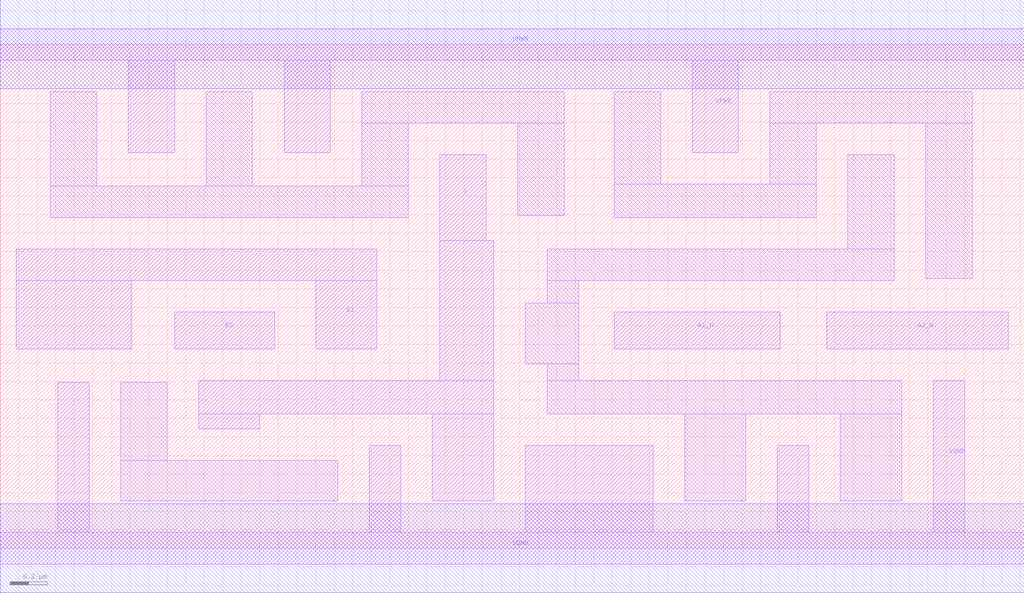
<source format=lef>
# Copyright 2020 The SkyWater PDK Authors
#
# Licensed under the Apache License, Version 2.0 (the "License");
# you may not use this file except in compliance with the License.
# You may obtain a copy of the License at
#
#     https://www.apache.org/licenses/LICENSE-2.0
#
# Unless required by applicable law or agreed to in writing, software
# distributed under the License is distributed on an "AS IS" BASIS,
# WITHOUT WARRANTIES OR CONDITIONS OF ANY KIND, either express or implied.
# See the License for the specific language governing permissions and
# limitations under the License.
#
# SPDX-License-Identifier: Apache-2.0

VERSION 5.5 ;
NAMESCASESENSITIVE ON ;
BUSBITCHARS "[]" ;
DIVIDERCHAR "/" ;
MACRO sky130_fd_sc_hd__a2bb2oi_2
  CLASS CORE ;
  SOURCE USER ;
  ORIGIN  0.000000  0.000000 ;
  SIZE  5.520000 BY  2.720000 ;
  SYMMETRY X Y R90 ;
  SITE unithd ;
  PIN A1_N
    ANTENNAGATEAREA  0.495000 ;
    DIRECTION INPUT ;
    USE SIGNAL ;
    PORT
      LAYER li1 ;
        RECT 3.310000 1.075000 4.205000 1.275000 ;
    END
  END A1_N
  PIN A2_N
    ANTENNAGATEAREA  0.495000 ;
    DIRECTION INPUT ;
    USE SIGNAL ;
    PORT
      LAYER li1 ;
        RECT 4.455000 1.075000 5.435000 1.275000 ;
    END
  END A2_N
  PIN B1
    ANTENNAGATEAREA  0.495000 ;
    DIRECTION INPUT ;
    USE SIGNAL ;
    PORT
      LAYER li1 ;
        RECT 0.085000 1.075000 0.710000 1.445000 ;
        RECT 0.085000 1.445000 2.030000 1.615000 ;
        RECT 1.700000 1.075000 2.030000 1.445000 ;
    END
  END B1
  PIN B2
    ANTENNAGATEAREA  0.495000 ;
    DIRECTION INPUT ;
    USE SIGNAL ;
    PORT
      LAYER li1 ;
        RECT 0.940000 1.075000 1.480000 1.275000 ;
    END
  END B2
  PIN Y
    ANTENNADIFFAREA  0.621000 ;
    DIRECTION OUTPUT ;
    USE SIGNAL ;
    PORT
      LAYER li1 ;
        RECT 1.070000 0.645000 1.400000 0.725000 ;
        RECT 1.070000 0.725000 2.660000 0.905000 ;
        RECT 2.330000 0.255000 2.660000 0.725000 ;
        RECT 2.370000 0.905000 2.660000 1.660000 ;
        RECT 2.370000 1.660000 2.620000 2.125000 ;
    END
  END Y
  PIN VGND
    DIRECTION INOUT ;
    SHAPE ABUTMENT ;
    USE GROUND ;
    PORT
      LAYER li1 ;
        RECT 0.000000 -0.085000 5.520000 0.085000 ;
        RECT 0.310000  0.085000 0.480000 0.895000 ;
        RECT 1.990000  0.085000 2.160000 0.555000 ;
        RECT 2.830000  0.085000 3.520000 0.555000 ;
        RECT 4.190000  0.085000 4.360000 0.555000 ;
        RECT 5.030000  0.085000 5.200000 0.905000 ;
    END
    PORT
      LAYER met1 ;
        RECT 0.000000 -0.240000 5.520000 0.240000 ;
    END
  END VGND
  PIN VPWR
    DIRECTION INOUT ;
    SHAPE ABUTMENT ;
    USE POWER ;
    PORT
      LAYER li1 ;
        RECT 0.000000 2.635000 5.520000 2.805000 ;
        RECT 0.690000 2.135000 0.940000 2.635000 ;
        RECT 1.530000 2.135000 1.780000 2.635000 ;
        RECT 3.730000 2.135000 3.980000 2.635000 ;
    END
    PORT
      LAYER met1 ;
        RECT 0.000000 2.480000 5.520000 2.960000 ;
    END
  END VPWR
  OBS
    LAYER li1 ;
      RECT 0.270000 1.785000 2.200000 1.955000 ;
      RECT 0.270000 1.955000 0.520000 2.465000 ;
      RECT 0.650000 0.255000 1.820000 0.475000 ;
      RECT 0.650000 0.475000 0.900000 0.895000 ;
      RECT 1.110000 1.955000 1.360000 2.465000 ;
      RECT 1.950000 1.955000 2.200000 2.295000 ;
      RECT 1.950000 2.295000 3.040000 2.465000 ;
      RECT 2.790000 1.795000 3.040000 2.295000 ;
      RECT 2.830000 0.995000 3.120000 1.325000 ;
      RECT 2.950000 0.725000 4.860000 0.905000 ;
      RECT 2.950000 0.905000 3.120000 0.995000 ;
      RECT 2.950000 1.325000 3.120000 1.445000 ;
      RECT 2.950000 1.445000 4.820000 1.615000 ;
      RECT 3.310000 1.785000 4.400000 1.965000 ;
      RECT 3.310000 1.965000 3.560000 2.465000 ;
      RECT 3.690000 0.255000 4.020000 0.725000 ;
      RECT 4.150000 1.965000 4.400000 2.295000 ;
      RECT 4.150000 2.295000 5.240000 2.465000 ;
      RECT 4.530000 0.255000 4.860000 0.725000 ;
      RECT 4.570000 1.615000 4.820000 2.125000 ;
      RECT 4.990000 1.455000 5.240000 2.295000 ;
  END
END sky130_fd_sc_hd__a2bb2oi_2
END LIBRARY

</source>
